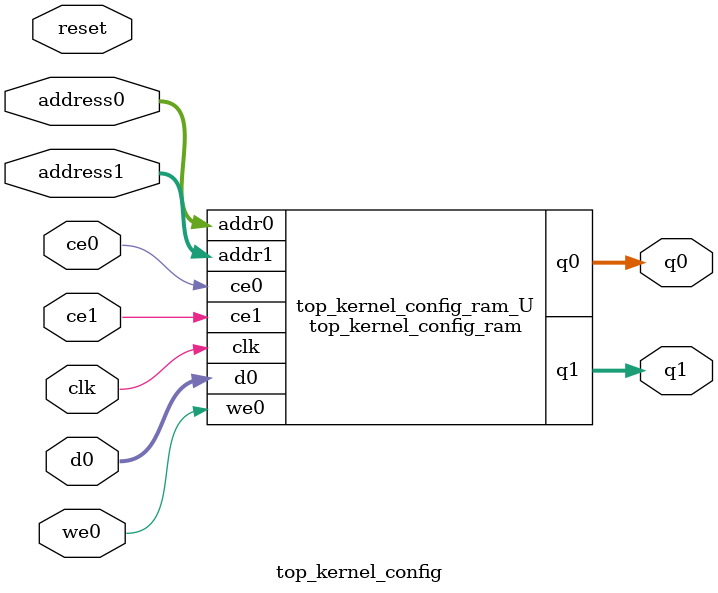
<source format=v>
`timescale 1 ns / 1 ps
module top_kernel_config_ram (addr0, ce0, d0, we0, q0, addr1, ce1, q1,  clk);

parameter DWIDTH = 32;
parameter AWIDTH = 5;
parameter MEM_SIZE = 32;

input[AWIDTH-1:0] addr0;
input ce0;
input[DWIDTH-1:0] d0;
input we0;
output reg[DWIDTH-1:0] q0;
input[AWIDTH-1:0] addr1;
input ce1;
output reg[DWIDTH-1:0] q1;
input clk;

(* ram_style = "block" *)reg [DWIDTH-1:0] ram[0:MEM_SIZE-1];




always @(posedge clk)  
begin 
    if (ce0) 
    begin
        if (we0) 
        begin 
            ram[addr0] <= d0; 
        end 
        q0 <= ram[addr0];
    end
end


always @(posedge clk)  
begin 
    if (ce1) 
    begin
        q1 <= ram[addr1];
    end
end


endmodule

`timescale 1 ns / 1 ps
module top_kernel_config(
    reset,
    clk,
    address0,
    ce0,
    we0,
    d0,
    q0,
    address1,
    ce1,
    q1);

parameter DataWidth = 32'd32;
parameter AddressRange = 32'd32;
parameter AddressWidth = 32'd5;
input reset;
input clk;
input[AddressWidth - 1:0] address0;
input ce0;
input we0;
input[DataWidth - 1:0] d0;
output[DataWidth - 1:0] q0;
input[AddressWidth - 1:0] address1;
input ce1;
output[DataWidth - 1:0] q1;



top_kernel_config_ram top_kernel_config_ram_U(
    .clk( clk ),
    .addr0( address0 ),
    .ce0( ce0 ),
    .we0( we0 ),
    .d0( d0 ),
    .q0( q0 ),
    .addr1( address1 ),
    .ce1( ce1 ),
    .q1( q1 ));

endmodule


</source>
